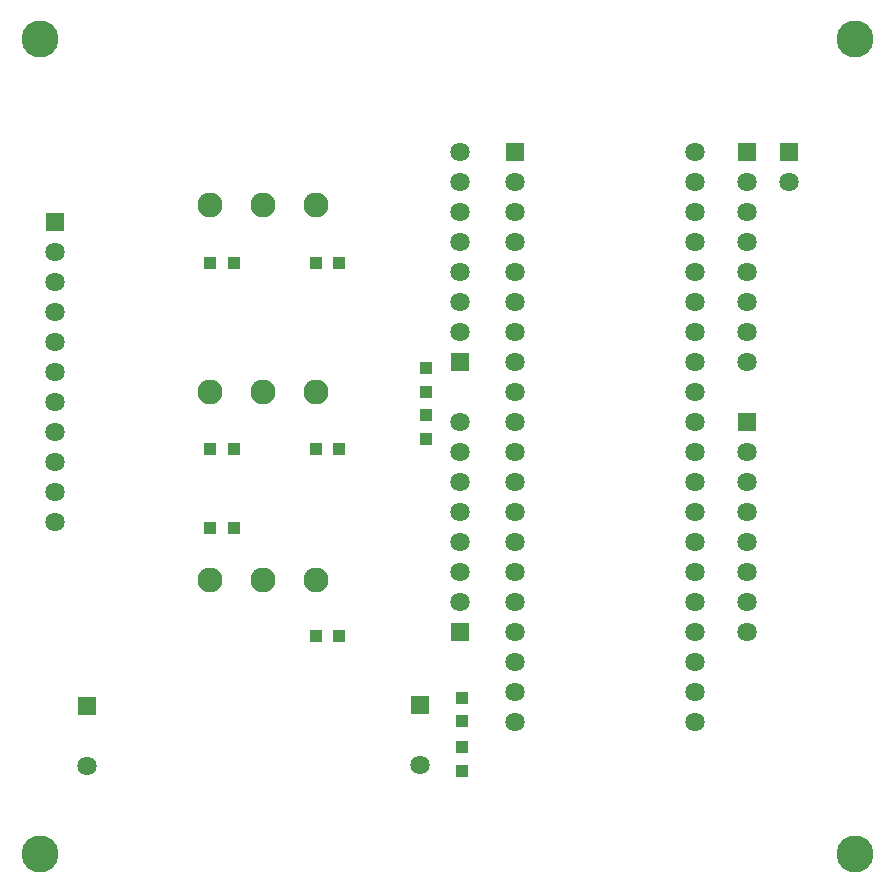
<source format=gts>
G04 Layer_Color=8388736*
%FSLAX24Y24*%
%MOIN*%
G70*
G01*
G75*
%ADD25R,0.0444X0.0444*%
%ADD26R,0.0444X0.0444*%
%ADD27C,0.0641*%
%ADD28R,0.0641X0.0641*%
%ADD29R,0.0641X0.0641*%
%ADD30C,0.0641*%
%ADD31C,0.0837*%
%ADD32C,0.1231*%
D25*
X15240Y3953D02*
D03*
Y4740D02*
D03*
Y6394D02*
D03*
Y5606D02*
D03*
X14040Y15033D02*
D03*
Y15820D02*
D03*
Y17387D02*
D03*
Y16600D02*
D03*
D26*
X10376Y8470D02*
D03*
X11164D02*
D03*
X6856Y12060D02*
D03*
X7644D02*
D03*
X10376Y14675D02*
D03*
X11164D02*
D03*
X6856D02*
D03*
X7644D02*
D03*
X10376Y20880D02*
D03*
X11164D02*
D03*
X6856Y20890D02*
D03*
X7644D02*
D03*
D27*
X2760Y4120D02*
D03*
X24770Y14600D02*
D03*
Y13600D02*
D03*
Y12600D02*
D03*
Y11600D02*
D03*
Y10600D02*
D03*
Y9600D02*
D03*
Y8600D02*
D03*
Y23600D02*
D03*
Y22600D02*
D03*
Y21600D02*
D03*
Y20600D02*
D03*
Y19600D02*
D03*
Y18600D02*
D03*
Y17600D02*
D03*
X26170Y23600D02*
D03*
X13850Y4170D02*
D03*
X1700Y21250D02*
D03*
Y20250D02*
D03*
Y19250D02*
D03*
Y18250D02*
D03*
Y17250D02*
D03*
Y16250D02*
D03*
Y15250D02*
D03*
Y14250D02*
D03*
Y13250D02*
D03*
Y12250D02*
D03*
X15180Y9600D02*
D03*
Y10600D02*
D03*
Y11600D02*
D03*
Y12600D02*
D03*
Y13600D02*
D03*
Y14600D02*
D03*
Y15600D02*
D03*
Y18600D02*
D03*
Y19600D02*
D03*
Y20600D02*
D03*
Y21600D02*
D03*
Y22600D02*
D03*
Y23600D02*
D03*
Y24600D02*
D03*
D28*
X2760Y6120D02*
D03*
X24770Y15600D02*
D03*
Y24600D02*
D03*
X26170D02*
D03*
X13850Y6170D02*
D03*
X1700Y22250D02*
D03*
X15180Y8600D02*
D03*
Y17600D02*
D03*
D29*
X17020Y24600D02*
D03*
D30*
Y23600D02*
D03*
Y22600D02*
D03*
Y21600D02*
D03*
Y20600D02*
D03*
Y19600D02*
D03*
Y18600D02*
D03*
Y17600D02*
D03*
Y16600D02*
D03*
Y15600D02*
D03*
Y14600D02*
D03*
Y13600D02*
D03*
Y12600D02*
D03*
Y11600D02*
D03*
Y10600D02*
D03*
Y9600D02*
D03*
Y8600D02*
D03*
Y7600D02*
D03*
Y6600D02*
D03*
Y5600D02*
D03*
X23020Y24600D02*
D03*
Y23600D02*
D03*
Y22600D02*
D03*
Y21600D02*
D03*
Y20600D02*
D03*
Y19600D02*
D03*
Y18600D02*
D03*
Y17600D02*
D03*
Y16600D02*
D03*
Y15600D02*
D03*
Y14600D02*
D03*
Y13600D02*
D03*
Y12600D02*
D03*
Y11600D02*
D03*
Y10600D02*
D03*
Y9600D02*
D03*
Y8600D02*
D03*
Y7600D02*
D03*
Y6600D02*
D03*
Y5600D02*
D03*
D31*
X8620Y10330D02*
D03*
X10390D02*
D03*
X6850D02*
D03*
X8620Y16575D02*
D03*
X10390D02*
D03*
X6850D02*
D03*
X8620Y22820D02*
D03*
X10390D02*
D03*
X6850D02*
D03*
D32*
X28346Y28346D02*
D03*
Y1181D02*
D03*
X1181D02*
D03*
Y28346D02*
D03*
M02*

</source>
